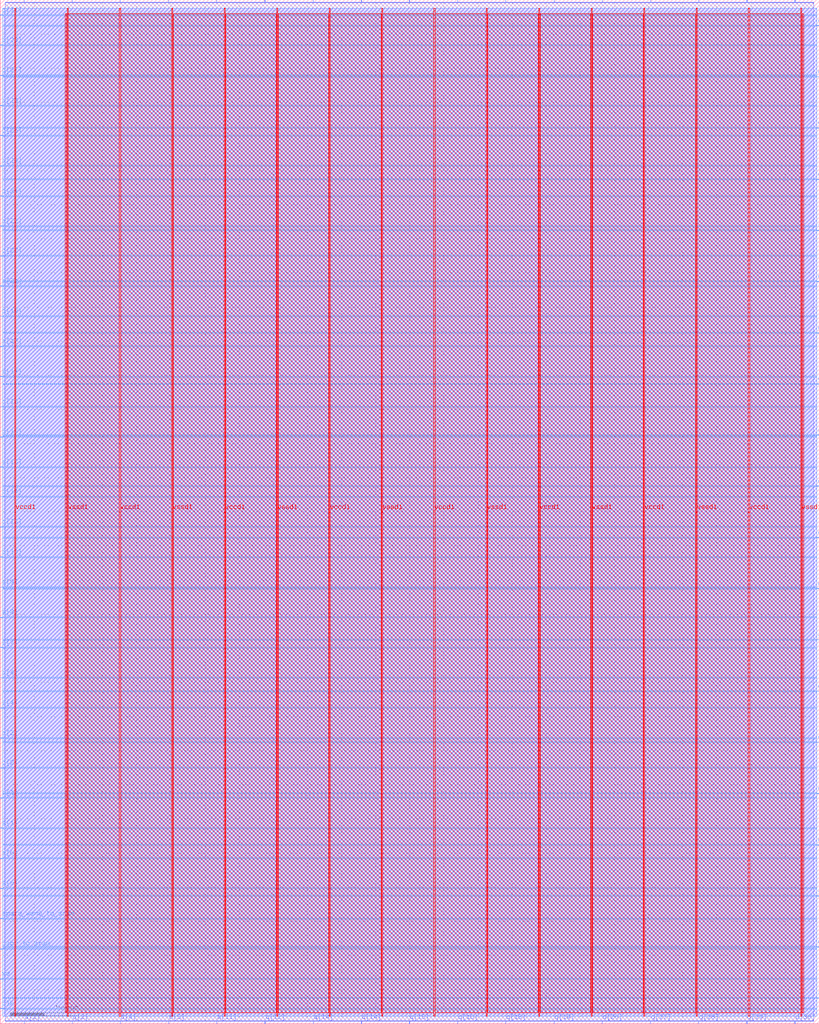
<source format=lef>
VERSION 5.7 ;
  NOWIREEXTENSIONATPIN ON ;
  DIVIDERCHAR "/" ;
  BUSBITCHARS "[]" ;
MACRO custom_sram
  CLASS BLOCK ;
  FOREIGN custom_sram ;
  ORIGIN 0.000 0.000 ;
  SIZE 1200.000 BY 1500.000 ;
  PIN a[0]
    DIRECTION INPUT ;
    USE SIGNAL ;
    PORT
      LAYER met3 ;
        RECT 0.000 197.920 4.000 198.520 ;
    END
  END a[0]
  PIN a[10]
    DIRECTION INPUT ;
    USE SIGNAL ;
    PORT
      LAYER met3 ;
        RECT 1196.000 562.400 1200.000 563.000 ;
    END
  END a[10]
  PIN a[11]
    DIRECTION INPUT ;
    USE SIGNAL ;
    PORT
      LAYER met2 ;
        RECT 317.030 0.000 317.310 4.000 ;
    END
  END a[11]
  PIN a[12]
    DIRECTION INPUT ;
    USE SIGNAL ;
    PORT
      LAYER met3 ;
        RECT 1196.000 862.280 1200.000 862.880 ;
    END
  END a[12]
  PIN a[13]
    DIRECTION INPUT ;
    USE SIGNAL ;
    PORT
      LAYER met2 ;
        RECT 599.470 1496.000 599.750 1500.000 ;
    END
  END a[13]
  PIN a[14]
    DIRECTION INPUT ;
    USE SIGNAL ;
    PORT
      LAYER met2 ;
        RECT 458.250 0.000 458.530 4.000 ;
    END
  END a[14]
  PIN a[15]
    DIRECTION INPUT ;
    USE SIGNAL ;
    PORT
      LAYER met3 ;
        RECT 0.000 815.360 4.000 815.960 ;
    END
  END a[15]
  PIN a[16]
    DIRECTION INPUT ;
    USE SIGNAL ;
    PORT
      LAYER met2 ;
        RECT 670.310 1496.000 670.590 1500.000 ;
    END
  END a[16]
  PIN a[17]
    DIRECTION INPUT ;
    USE SIGNAL ;
    PORT
      LAYER met3 ;
        RECT 0.000 947.960 4.000 948.560 ;
    END
  END a[17]
  PIN a[18]
    DIRECTION INPUT ;
    USE SIGNAL ;
    PORT
      LAYER met3 ;
        RECT 1196.000 1162.160 1200.000 1162.760 ;
    END
  END a[18]
  PIN a[19]
    DIRECTION INPUT ;
    USE SIGNAL ;
    PORT
      LAYER met2 ;
        RECT 811.530 1496.000 811.810 1500.000 ;
    END
  END a[19]
  PIN a[1]
    DIRECTION INPUT ;
    USE SIGNAL ;
    PORT
      LAYER met3 ;
        RECT 0.000 286.320 4.000 286.920 ;
    END
  END a[1]
  PIN a[2]
    DIRECTION INPUT ;
    USE SIGNAL ;
    PORT
      LAYER met2 ;
        RECT 35.050 0.000 35.330 4.000 ;
    END
  END a[2]
  PIN a[3]
    DIRECTION INPUT ;
    USE SIGNAL ;
    PORT
      LAYER met2 ;
        RECT 175.810 1496.000 176.090 1500.000 ;
    END
  END a[3]
  PIN a[4]
    DIRECTION INPUT ;
    USE SIGNAL ;
    PORT
      LAYER met3 ;
        RECT 0.000 462.440 4.000 463.040 ;
    END
  END a[4]
  PIN a[5]
    DIRECTION INPUT ;
    USE SIGNAL ;
    PORT
      LAYER met3 ;
        RECT 1196.000 37.440 1200.000 38.040 ;
    END
  END a[5]
  PIN a[6]
    DIRECTION INPUT ;
    USE SIGNAL ;
    PORT
      LAYER met3 ;
        RECT 1196.000 187.040 1200.000 187.640 ;
    END
  END a[6]
  PIN a[7]
    DIRECTION INPUT ;
    USE SIGNAL ;
    PORT
      LAYER met3 ;
        RECT 0.000 550.840 4.000 551.440 ;
    END
  END a[7]
  PIN a[8]
    DIRECTION INPUT ;
    USE SIGNAL ;
    PORT
      LAYER met3 ;
        RECT 0.000 595.040 4.000 595.640 ;
    END
  END a[8]
  PIN a[9]
    DIRECTION INPUT ;
    USE SIGNAL ;
    PORT
      LAYER met3 ;
        RECT 0.000 639.240 4.000 639.840 ;
    END
  END a[9]
  PIN clk
    DIRECTION INPUT ;
    USE SIGNAL ;
    PORT
      LAYER met3 ;
        RECT 0.000 21.800 4.000 22.400 ;
    END
  END clk
  PIN csb0_to_sram
    DIRECTION INPUT ;
    USE SIGNAL ;
    PORT
      LAYER met3 ;
        RECT 0.000 109.520 4.000 110.120 ;
    END
  END csb0_to_sram
  PIN d[0]
    DIRECTION INPUT ;
    USE SIGNAL ;
    PORT
      LAYER met3 ;
        RECT 0.000 242.120 4.000 242.720 ;
    END
  END d[0]
  PIN d[10]
    DIRECTION INPUT ;
    USE SIGNAL ;
    PORT
      LAYER met3 ;
        RECT 0.000 683.440 4.000 684.040 ;
    END
  END d[10]
  PIN d[11]
    DIRECTION INPUT ;
    USE SIGNAL ;
    PORT
      LAYER met3 ;
        RECT 1196.000 712.000 1200.000 712.600 ;
    END
  END d[11]
  PIN d[12]
    DIRECTION INPUT ;
    USE SIGNAL ;
    PORT
      LAYER met3 ;
        RECT 1196.000 937.080 1200.000 937.680 ;
    END
  END d[12]
  PIN d[13]
    DIRECTION INPUT ;
    USE SIGNAL ;
    PORT
      LAYER met3 ;
        RECT 0.000 727.640 4.000 728.240 ;
    END
  END d[13]
  PIN d[14]
    DIRECTION INPUT ;
    USE SIGNAL ;
    PORT
      LAYER met2 ;
        RECT 529.090 0.000 529.370 4.000 ;
    END
  END d[14]
  PIN d[15]
    DIRECTION INPUT ;
    USE SIGNAL ;
    PORT
      LAYER met3 ;
        RECT 0.000 859.560 4.000 860.160 ;
    END
  END d[15]
  PIN d[16]
    DIRECTION INPUT ;
    USE SIGNAL ;
    PORT
      LAYER met3 ;
        RECT 0.000 903.760 4.000 904.360 ;
    END
  END d[16]
  PIN d[17]
    DIRECTION INPUT ;
    USE SIGNAL ;
    PORT
      LAYER met3 ;
        RECT 1196.000 1087.360 1200.000 1087.960 ;
    END
  END d[17]
  PIN d[18]
    DIRECTION INPUT ;
    USE SIGNAL ;
    PORT
      LAYER met2 ;
        RECT 740.690 1496.000 740.970 1500.000 ;
    END
  END d[18]
  PIN d[19]
    DIRECTION INPUT ;
    USE SIGNAL ;
    PORT
      LAYER met3 ;
        RECT 0.000 1036.360 4.000 1036.960 ;
    END
  END d[19]
  PIN d[1]
    DIRECTION INPUT ;
    USE SIGNAL ;
    PORT
      LAYER met2 ;
        RECT 105.430 1496.000 105.710 1500.000 ;
    END
  END d[1]
  PIN d[20]
    DIRECTION INPUT ;
    USE SIGNAL ;
    PORT
      LAYER met2 ;
        RECT 881.910 0.000 882.190 4.000 ;
    END
  END d[20]
  PIN d[21]
    DIRECTION INPUT ;
    USE SIGNAL ;
    PORT
      LAYER met3 ;
        RECT 0.000 1080.560 4.000 1081.160 ;
    END
  END d[21]
  PIN d[22]
    DIRECTION INPUT ;
    USE SIGNAL ;
    PORT
      LAYER met3 ;
        RECT 0.000 1124.760 4.000 1125.360 ;
    END
  END d[22]
  PIN d[23]
    DIRECTION INPUT ;
    USE SIGNAL ;
    PORT
      LAYER met2 ;
        RECT 952.750 1496.000 953.030 1500.000 ;
    END
  END d[23]
  PIN d[24]
    DIRECTION INPUT ;
    USE SIGNAL ;
    PORT
      LAYER met3 ;
        RECT 0.000 1212.480 4.000 1213.080 ;
    END
  END d[24]
  PIN d[25]
    DIRECTION INPUT ;
    USE SIGNAL ;
    PORT
      LAYER met2 ;
        RECT 1023.130 1496.000 1023.410 1500.000 ;
    END
  END d[25]
  PIN d[26]
    DIRECTION INPUT ;
    USE SIGNAL ;
    PORT
      LAYER met3 ;
        RECT 0.000 1345.080 4.000 1345.680 ;
    END
  END d[26]
  PIN d[27]
    DIRECTION INPUT ;
    USE SIGNAL ;
    PORT
      LAYER met3 ;
        RECT 0.000 1389.280 4.000 1389.880 ;
    END
  END d[27]
  PIN d[28]
    DIRECTION INPUT ;
    USE SIGNAL ;
    PORT
      LAYER met3 ;
        RECT 0.000 1433.480 4.000 1434.080 ;
    END
  END d[28]
  PIN d[29]
    DIRECTION INPUT ;
    USE SIGNAL ;
    PORT
      LAYER met2 ;
        RECT 1093.970 1496.000 1094.250 1500.000 ;
    END
  END d[29]
  PIN d[2]
    DIRECTION INPUT ;
    USE SIGNAL ;
    PORT
      LAYER met3 ;
        RECT 0.000 374.720 4.000 375.320 ;
    END
  END d[2]
  PIN d[30]
    DIRECTION INPUT ;
    USE SIGNAL ;
    PORT
      LAYER met2 ;
        RECT 1164.350 0.000 1164.630 4.000 ;
    END
  END d[30]
  PIN d[31]
    DIRECTION INPUT ;
    USE SIGNAL ;
    PORT
      LAYER met3 ;
        RECT 1196.000 1462.040 1200.000 1462.640 ;
    END
  END d[31]
  PIN d[3]
    DIRECTION INPUT ;
    USE SIGNAL ;
    PORT
      LAYER met3 ;
        RECT 0.000 418.240 4.000 418.840 ;
    END
  END d[3]
  PIN d[4]
    DIRECTION INPUT ;
    USE SIGNAL ;
    PORT
      LAYER met2 ;
        RECT 175.810 0.000 176.090 4.000 ;
    END
  END d[4]
  PIN d[5]
    DIRECTION INPUT ;
    USE SIGNAL ;
    PORT
      LAYER met2 ;
        RECT 246.650 0.000 246.930 4.000 ;
    END
  END d[5]
  PIN d[6]
    DIRECTION INPUT ;
    USE SIGNAL ;
    PORT
      LAYER met3 ;
        RECT 1196.000 261.840 1200.000 262.440 ;
    END
  END d[6]
  PIN d[7]
    DIRECTION INPUT ;
    USE SIGNAL ;
    PORT
      LAYER met2 ;
        RECT 317.030 1496.000 317.310 1500.000 ;
    END
  END d[7]
  PIN d[8]
    DIRECTION INPUT ;
    USE SIGNAL ;
    PORT
      LAYER met3 ;
        RECT 1196.000 412.120 1200.000 412.720 ;
    END
  END d[8]
  PIN d[9]
    DIRECTION INPUT ;
    USE SIGNAL ;
    PORT
      LAYER met2 ;
        RECT 458.250 1496.000 458.530 1500.000 ;
    END
  END d[9]
  PIN q[0]
    DIRECTION OUTPUT TRISTATE ;
    USE SIGNAL ;
    PORT
      LAYER met2 ;
        RECT 35.050 1496.000 35.330 1500.000 ;
    END
  END q[0]
  PIN q[10]
    DIRECTION OUTPUT TRISTATE ;
    USE SIGNAL ;
    PORT
      LAYER met3 ;
        RECT 1196.000 637.200 1200.000 637.800 ;
    END
  END q[10]
  PIN q[11]
    DIRECTION OUTPUT TRISTATE ;
    USE SIGNAL ;
    PORT
      LAYER met3 ;
        RECT 1196.000 787.480 1200.000 788.080 ;
    END
  END q[11]
  PIN q[12]
    DIRECTION OUTPUT TRISTATE ;
    USE SIGNAL ;
    PORT
      LAYER met2 ;
        RECT 387.870 0.000 388.150 4.000 ;
    END
  END q[12]
  PIN q[13]
    DIRECTION OUTPUT TRISTATE ;
    USE SIGNAL ;
    PORT
      LAYER met3 ;
        RECT 1196.000 1011.880 1200.000 1012.480 ;
    END
  END q[13]
  PIN q[14]
    DIRECTION OUTPUT TRISTATE ;
    USE SIGNAL ;
    PORT
      LAYER met3 ;
        RECT 0.000 771.840 4.000 772.440 ;
    END
  END q[14]
  PIN q[15]
    DIRECTION OUTPUT TRISTATE ;
    USE SIGNAL ;
    PORT
      LAYER met2 ;
        RECT 599.470 0.000 599.750 4.000 ;
    END
  END q[15]
  PIN q[16]
    DIRECTION OUTPUT TRISTATE ;
    USE SIGNAL ;
    PORT
      LAYER met2 ;
        RECT 670.310 0.000 670.590 4.000 ;
    END
  END q[16]
  PIN q[17]
    DIRECTION OUTPUT TRISTATE ;
    USE SIGNAL ;
    PORT
      LAYER met3 ;
        RECT 0.000 992.160 4.000 992.760 ;
    END
  END q[17]
  PIN q[18]
    DIRECTION OUTPUT TRISTATE ;
    USE SIGNAL ;
    PORT
      LAYER met2 ;
        RECT 740.690 0.000 740.970 4.000 ;
    END
  END q[18]
  PIN q[19]
    DIRECTION OUTPUT TRISTATE ;
    USE SIGNAL ;
    PORT
      LAYER met2 ;
        RECT 811.530 0.000 811.810 4.000 ;
    END
  END q[19]
  PIN q[1]
    DIRECTION OUTPUT TRISTATE ;
    USE SIGNAL ;
    PORT
      LAYER met3 ;
        RECT 0.000 330.520 4.000 331.120 ;
    END
  END q[1]
  PIN q[20]
    DIRECTION OUTPUT TRISTATE ;
    USE SIGNAL ;
    PORT
      LAYER met2 ;
        RECT 881.910 1496.000 882.190 1500.000 ;
    END
  END q[20]
  PIN q[21]
    DIRECTION OUTPUT TRISTATE ;
    USE SIGNAL ;
    PORT
      LAYER met3 ;
        RECT 1196.000 1236.960 1200.000 1237.560 ;
    END
  END q[21]
  PIN q[22]
    DIRECTION OUTPUT TRISTATE ;
    USE SIGNAL ;
    PORT
      LAYER met3 ;
        RECT 1196.000 1312.440 1200.000 1313.040 ;
    END
  END q[22]
  PIN q[23]
    DIRECTION OUTPUT TRISTATE ;
    USE SIGNAL ;
    PORT
      LAYER met3 ;
        RECT 0.000 1168.280 4.000 1168.880 ;
    END
  END q[23]
  PIN q[24]
    DIRECTION OUTPUT TRISTATE ;
    USE SIGNAL ;
    PORT
      LAYER met3 ;
        RECT 0.000 1256.680 4.000 1257.280 ;
    END
  END q[24]
  PIN q[25]
    DIRECTION OUTPUT TRISTATE ;
    USE SIGNAL ;
    PORT
      LAYER met3 ;
        RECT 0.000 1300.880 4.000 1301.480 ;
    END
  END q[25]
  PIN q[26]
    DIRECTION OUTPUT TRISTATE ;
    USE SIGNAL ;
    PORT
      LAYER met3 ;
        RECT 1196.000 1387.240 1200.000 1387.840 ;
    END
  END q[26]
  PIN q[27]
    DIRECTION OUTPUT TRISTATE ;
    USE SIGNAL ;
    PORT
      LAYER met2 ;
        RECT 952.750 0.000 953.030 4.000 ;
    END
  END q[27]
  PIN q[28]
    DIRECTION OUTPUT TRISTATE ;
    USE SIGNAL ;
    PORT
      LAYER met2 ;
        RECT 1023.130 0.000 1023.410 4.000 ;
    END
  END q[28]
  PIN q[29]
    DIRECTION OUTPUT TRISTATE ;
    USE SIGNAL ;
    PORT
      LAYER met2 ;
        RECT 1093.970 0.000 1094.250 4.000 ;
    END
  END q[29]
  PIN q[2]
    DIRECTION OUTPUT TRISTATE ;
    USE SIGNAL ;
    PORT
      LAYER met2 ;
        RECT 105.430 0.000 105.710 4.000 ;
    END
  END q[2]
  PIN q[30]
    DIRECTION OUTPUT TRISTATE ;
    USE SIGNAL ;
    PORT
      LAYER met2 ;
        RECT 1164.350 1496.000 1164.630 1500.000 ;
    END
  END q[30]
  PIN q[31]
    DIRECTION OUTPUT TRISTATE ;
    USE SIGNAL ;
    PORT
      LAYER met3 ;
        RECT 0.000 1477.680 4.000 1478.280 ;
    END
  END q[31]
  PIN q[3]
    DIRECTION OUTPUT TRISTATE ;
    USE SIGNAL ;
    PORT
      LAYER met2 ;
        RECT 246.650 1496.000 246.930 1500.000 ;
    END
  END q[3]
  PIN q[4]
    DIRECTION OUTPUT TRISTATE ;
    USE SIGNAL ;
    PORT
      LAYER met3 ;
        RECT 0.000 506.640 4.000 507.240 ;
    END
  END q[4]
  PIN q[5]
    DIRECTION OUTPUT TRISTATE ;
    USE SIGNAL ;
    PORT
      LAYER met3 ;
        RECT 1196.000 112.240 1200.000 112.840 ;
    END
  END q[5]
  PIN q[6]
    DIRECTION OUTPUT TRISTATE ;
    USE SIGNAL ;
    PORT
      LAYER met3 ;
        RECT 1196.000 337.320 1200.000 337.920 ;
    END
  END q[6]
  PIN q[7]
    DIRECTION OUTPUT TRISTATE ;
    USE SIGNAL ;
    PORT
      LAYER met2 ;
        RECT 387.870 1496.000 388.150 1500.000 ;
    END
  END q[7]
  PIN q[8]
    DIRECTION OUTPUT TRISTATE ;
    USE SIGNAL ;
    PORT
      LAYER met3 ;
        RECT 1196.000 486.920 1200.000 487.520 ;
    END
  END q[8]
  PIN q[9]
    DIRECTION OUTPUT TRISTATE ;
    USE SIGNAL ;
    PORT
      LAYER met2 ;
        RECT 529.090 1496.000 529.370 1500.000 ;
    END
  END q[9]
  PIN spare_wen0_to_sram
    DIRECTION INPUT ;
    USE SIGNAL ;
    PORT
      LAYER met3 ;
        RECT 0.000 153.720 4.000 154.320 ;
    END
  END spare_wen0_to_sram
  PIN vccd1
    DIRECTION INPUT ;
    USE POWER ;
    PORT
      LAYER met4 ;
        RECT 21.040 10.640 22.640 1488.080 ;
    END
    PORT
      LAYER met4 ;
        RECT 174.640 10.640 176.240 1488.080 ;
    END
    PORT
      LAYER met4 ;
        RECT 328.240 10.640 329.840 1488.080 ;
    END
    PORT
      LAYER met4 ;
        RECT 481.840 10.640 483.440 1488.080 ;
    END
    PORT
      LAYER met4 ;
        RECT 635.440 10.640 637.040 1488.080 ;
    END
    PORT
      LAYER met4 ;
        RECT 789.040 10.640 790.640 1488.080 ;
    END
    PORT
      LAYER met4 ;
        RECT 942.640 10.640 944.240 1488.080 ;
    END
    PORT
      LAYER met4 ;
        RECT 1096.240 10.640 1097.840 1488.080 ;
    END
  END vccd1
  PIN vssd1
    DIRECTION INPUT ;
    USE GROUND ;
    PORT
      LAYER met4 ;
        RECT 97.840 10.640 99.440 1488.080 ;
    END
    PORT
      LAYER met4 ;
        RECT 251.440 10.640 253.040 1488.080 ;
    END
    PORT
      LAYER met4 ;
        RECT 405.040 10.640 406.640 1488.080 ;
    END
    PORT
      LAYER met4 ;
        RECT 558.640 10.640 560.240 1488.080 ;
    END
    PORT
      LAYER met4 ;
        RECT 712.240 10.640 713.840 1488.080 ;
    END
    PORT
      LAYER met4 ;
        RECT 865.840 10.640 867.440 1488.080 ;
    END
    PORT
      LAYER met4 ;
        RECT 1019.440 10.640 1021.040 1488.080 ;
    END
    PORT
      LAYER met4 ;
        RECT 1173.040 10.640 1174.640 1488.080 ;
    END
  END vssd1
  PIN we
    DIRECTION INPUT ;
    USE SIGNAL ;
    PORT
      LAYER met3 ;
        RECT 0.000 65.320 4.000 65.920 ;
    END
  END we
  OBS
      LAYER li1 ;
        RECT 5.520 10.795 1196.315 1487.925 ;
      LAYER met1 ;
        RECT 5.520 10.640 1196.375 1488.080 ;
      LAYER met2 ;
        RECT 6.990 1495.720 34.770 1496.410 ;
        RECT 35.610 1495.720 105.150 1496.410 ;
        RECT 105.990 1495.720 175.530 1496.410 ;
        RECT 176.370 1495.720 246.370 1496.410 ;
        RECT 247.210 1495.720 316.750 1496.410 ;
        RECT 317.590 1495.720 387.590 1496.410 ;
        RECT 388.430 1495.720 457.970 1496.410 ;
        RECT 458.810 1495.720 528.810 1496.410 ;
        RECT 529.650 1495.720 599.190 1496.410 ;
        RECT 600.030 1495.720 670.030 1496.410 ;
        RECT 670.870 1495.720 740.410 1496.410 ;
        RECT 741.250 1495.720 811.250 1496.410 ;
        RECT 812.090 1495.720 881.630 1496.410 ;
        RECT 882.470 1495.720 952.470 1496.410 ;
        RECT 953.310 1495.720 1022.850 1496.410 ;
        RECT 1023.690 1495.720 1093.690 1496.410 ;
        RECT 1094.530 1495.720 1164.070 1496.410 ;
        RECT 1164.910 1495.720 1191.770 1496.410 ;
        RECT 6.990 4.280 1191.770 1495.720 ;
        RECT 6.990 4.000 34.770 4.280 ;
        RECT 35.610 4.000 105.150 4.280 ;
        RECT 105.990 4.000 175.530 4.280 ;
        RECT 176.370 4.000 246.370 4.280 ;
        RECT 247.210 4.000 316.750 4.280 ;
        RECT 317.590 4.000 387.590 4.280 ;
        RECT 388.430 4.000 457.970 4.280 ;
        RECT 458.810 4.000 528.810 4.280 ;
        RECT 529.650 4.000 599.190 4.280 ;
        RECT 600.030 4.000 670.030 4.280 ;
        RECT 670.870 4.000 740.410 4.280 ;
        RECT 741.250 4.000 811.250 4.280 ;
        RECT 812.090 4.000 881.630 4.280 ;
        RECT 882.470 4.000 952.470 4.280 ;
        RECT 953.310 4.000 1022.850 4.280 ;
        RECT 1023.690 4.000 1093.690 4.280 ;
        RECT 1094.530 4.000 1164.070 4.280 ;
        RECT 1164.910 4.000 1191.770 4.280 ;
      LAYER met3 ;
        RECT 4.000 1478.680 1196.000 1488.005 ;
        RECT 4.400 1477.280 1196.000 1478.680 ;
        RECT 4.000 1463.040 1196.000 1477.280 ;
        RECT 4.000 1461.640 1195.600 1463.040 ;
        RECT 4.000 1434.480 1196.000 1461.640 ;
        RECT 4.400 1433.080 1196.000 1434.480 ;
        RECT 4.000 1390.280 1196.000 1433.080 ;
        RECT 4.400 1388.880 1196.000 1390.280 ;
        RECT 4.000 1388.240 1196.000 1388.880 ;
        RECT 4.000 1386.840 1195.600 1388.240 ;
        RECT 4.000 1346.080 1196.000 1386.840 ;
        RECT 4.400 1344.680 1196.000 1346.080 ;
        RECT 4.000 1313.440 1196.000 1344.680 ;
        RECT 4.000 1312.040 1195.600 1313.440 ;
        RECT 4.000 1301.880 1196.000 1312.040 ;
        RECT 4.400 1300.480 1196.000 1301.880 ;
        RECT 4.000 1257.680 1196.000 1300.480 ;
        RECT 4.400 1256.280 1196.000 1257.680 ;
        RECT 4.000 1237.960 1196.000 1256.280 ;
        RECT 4.000 1236.560 1195.600 1237.960 ;
        RECT 4.000 1213.480 1196.000 1236.560 ;
        RECT 4.400 1212.080 1196.000 1213.480 ;
        RECT 4.000 1169.280 1196.000 1212.080 ;
        RECT 4.400 1167.880 1196.000 1169.280 ;
        RECT 4.000 1163.160 1196.000 1167.880 ;
        RECT 4.000 1161.760 1195.600 1163.160 ;
        RECT 4.000 1125.760 1196.000 1161.760 ;
        RECT 4.400 1124.360 1196.000 1125.760 ;
        RECT 4.000 1088.360 1196.000 1124.360 ;
        RECT 4.000 1086.960 1195.600 1088.360 ;
        RECT 4.000 1081.560 1196.000 1086.960 ;
        RECT 4.400 1080.160 1196.000 1081.560 ;
        RECT 4.000 1037.360 1196.000 1080.160 ;
        RECT 4.400 1035.960 1196.000 1037.360 ;
        RECT 4.000 1012.880 1196.000 1035.960 ;
        RECT 4.000 1011.480 1195.600 1012.880 ;
        RECT 4.000 993.160 1196.000 1011.480 ;
        RECT 4.400 991.760 1196.000 993.160 ;
        RECT 4.000 948.960 1196.000 991.760 ;
        RECT 4.400 947.560 1196.000 948.960 ;
        RECT 4.000 938.080 1196.000 947.560 ;
        RECT 4.000 936.680 1195.600 938.080 ;
        RECT 4.000 904.760 1196.000 936.680 ;
        RECT 4.400 903.360 1196.000 904.760 ;
        RECT 4.000 863.280 1196.000 903.360 ;
        RECT 4.000 861.880 1195.600 863.280 ;
        RECT 4.000 860.560 1196.000 861.880 ;
        RECT 4.400 859.160 1196.000 860.560 ;
        RECT 4.000 816.360 1196.000 859.160 ;
        RECT 4.400 814.960 1196.000 816.360 ;
        RECT 4.000 788.480 1196.000 814.960 ;
        RECT 4.000 787.080 1195.600 788.480 ;
        RECT 4.000 772.840 1196.000 787.080 ;
        RECT 4.400 771.440 1196.000 772.840 ;
        RECT 4.000 728.640 1196.000 771.440 ;
        RECT 4.400 727.240 1196.000 728.640 ;
        RECT 4.000 713.000 1196.000 727.240 ;
        RECT 4.000 711.600 1195.600 713.000 ;
        RECT 4.000 684.440 1196.000 711.600 ;
        RECT 4.400 683.040 1196.000 684.440 ;
        RECT 4.000 640.240 1196.000 683.040 ;
        RECT 4.400 638.840 1196.000 640.240 ;
        RECT 4.000 638.200 1196.000 638.840 ;
        RECT 4.000 636.800 1195.600 638.200 ;
        RECT 4.000 596.040 1196.000 636.800 ;
        RECT 4.400 594.640 1196.000 596.040 ;
        RECT 4.000 563.400 1196.000 594.640 ;
        RECT 4.000 562.000 1195.600 563.400 ;
        RECT 4.000 551.840 1196.000 562.000 ;
        RECT 4.400 550.440 1196.000 551.840 ;
        RECT 4.000 507.640 1196.000 550.440 ;
        RECT 4.400 506.240 1196.000 507.640 ;
        RECT 4.000 487.920 1196.000 506.240 ;
        RECT 4.000 486.520 1195.600 487.920 ;
        RECT 4.000 463.440 1196.000 486.520 ;
        RECT 4.400 462.040 1196.000 463.440 ;
        RECT 4.000 419.240 1196.000 462.040 ;
        RECT 4.400 417.840 1196.000 419.240 ;
        RECT 4.000 413.120 1196.000 417.840 ;
        RECT 4.000 411.720 1195.600 413.120 ;
        RECT 4.000 375.720 1196.000 411.720 ;
        RECT 4.400 374.320 1196.000 375.720 ;
        RECT 4.000 338.320 1196.000 374.320 ;
        RECT 4.000 336.920 1195.600 338.320 ;
        RECT 4.000 331.520 1196.000 336.920 ;
        RECT 4.400 330.120 1196.000 331.520 ;
        RECT 4.000 287.320 1196.000 330.120 ;
        RECT 4.400 285.920 1196.000 287.320 ;
        RECT 4.000 262.840 1196.000 285.920 ;
        RECT 4.000 261.440 1195.600 262.840 ;
        RECT 4.000 243.120 1196.000 261.440 ;
        RECT 4.400 241.720 1196.000 243.120 ;
        RECT 4.000 198.920 1196.000 241.720 ;
        RECT 4.400 197.520 1196.000 198.920 ;
        RECT 4.000 188.040 1196.000 197.520 ;
        RECT 4.000 186.640 1195.600 188.040 ;
        RECT 4.000 154.720 1196.000 186.640 ;
        RECT 4.400 153.320 1196.000 154.720 ;
        RECT 4.000 113.240 1196.000 153.320 ;
        RECT 4.000 111.840 1195.600 113.240 ;
        RECT 4.000 110.520 1196.000 111.840 ;
        RECT 4.400 109.120 1196.000 110.520 ;
        RECT 4.000 66.320 1196.000 109.120 ;
        RECT 4.400 64.920 1196.000 66.320 ;
        RECT 4.000 38.440 1196.000 64.920 ;
        RECT 4.000 37.040 1195.600 38.440 ;
        RECT 4.000 22.800 1196.000 37.040 ;
        RECT 4.400 21.400 1196.000 22.800 ;
        RECT 4.000 10.715 1196.000 21.400 ;
      LAYER met4 ;
        RECT 95.055 15.815 97.440 1480.185 ;
        RECT 99.840 15.815 174.240 1480.185 ;
        RECT 176.640 15.815 251.040 1480.185 ;
        RECT 253.440 15.815 327.840 1480.185 ;
        RECT 330.240 15.815 404.640 1480.185 ;
        RECT 407.040 15.815 481.440 1480.185 ;
        RECT 483.840 15.815 558.240 1480.185 ;
        RECT 560.640 15.815 635.040 1480.185 ;
        RECT 637.440 15.815 711.840 1480.185 ;
        RECT 714.240 15.815 788.640 1480.185 ;
        RECT 791.040 15.815 865.440 1480.185 ;
        RECT 867.840 15.815 942.240 1480.185 ;
        RECT 944.640 15.815 1019.040 1480.185 ;
        RECT 1021.440 15.815 1095.840 1480.185 ;
        RECT 1098.240 15.815 1172.640 1480.185 ;
        RECT 1175.040 15.815 1177.305 1480.185 ;
  END
END custom_sram
END LIBRARY


</source>
